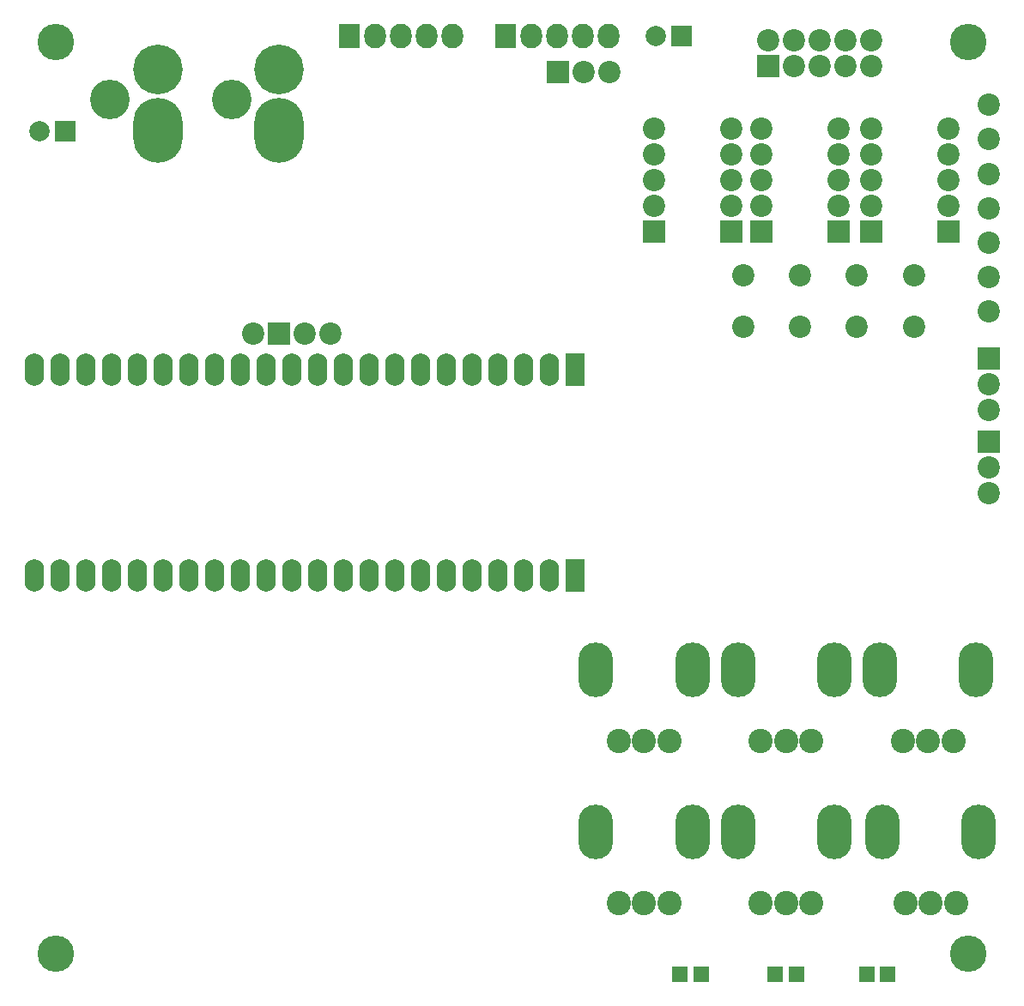
<source format=gts>
G04 #@! TF.FileFunction,Soldermask,Top*
%FSLAX46Y46*%
G04 Gerber Fmt 4.6, Leading zero omitted, Abs format (unit mm)*
G04 Created by KiCad (PCBNEW (2015-11-29 BZR 6336, Git 7b0d981)-product) date 01/12/2015 20:30:35*
%MOMM*%
G01*
G04 APERTURE LIST*
%ADD10C,0.100000*%
%ADD11C,3.600000*%
%ADD12C,2.200000*%
%ADD13C,2.400000*%
%ADD14O,3.400000X5.400000*%
%ADD15R,1.924000X3.200000*%
%ADD16O,1.924000X3.200000*%
%ADD17R,2.200000X2.200000*%
%ADD18R,2.000000X2.000000*%
%ADD19C,2.000000*%
%ADD20R,1.598880X1.598880*%
%ADD21O,4.900000X6.400000*%
%ADD22C,4.900000*%
%ADD23C,3.900000*%
%ADD24R,2.127200X2.432000*%
%ADD25O,2.127200X2.432000*%
G04 APERTURE END LIST*
D10*
D11*
X25000000Y-110000000D03*
X115000000Y-110000000D03*
X115000000Y-20000000D03*
X25000000Y-20000000D03*
D12*
X117000000Y-36400000D03*
D13*
X83000000Y-89000000D03*
D14*
X87750000Y-82000000D03*
X78250000Y-82000000D03*
D13*
X85500000Y-89000000D03*
X80500000Y-89000000D03*
X83000000Y-105000000D03*
D14*
X87750000Y-98000000D03*
X78250000Y-98000000D03*
D13*
X85500000Y-105000000D03*
X80500000Y-105000000D03*
D15*
X76170000Y-72660000D03*
D16*
X73630000Y-72660000D03*
X71090000Y-72660000D03*
X68550000Y-72660000D03*
X66010000Y-72660000D03*
X63470000Y-72660000D03*
X60930000Y-72660000D03*
X58390000Y-72660000D03*
X55850000Y-72660000D03*
X53310000Y-72660000D03*
X50770000Y-72660000D03*
X48230000Y-72660000D03*
X45690000Y-72660000D03*
X43150000Y-72660000D03*
X40610000Y-72660000D03*
X38070000Y-72660000D03*
X35530000Y-72660000D03*
X32990000Y-72660000D03*
X30450000Y-72660000D03*
X27910000Y-72660000D03*
X25370000Y-72660000D03*
X22830000Y-72660000D03*
D15*
X76170000Y-52340000D03*
D16*
X73630000Y-52340000D03*
X71090000Y-52340000D03*
X68550000Y-52340000D03*
X66010000Y-52340000D03*
X63470000Y-52340000D03*
X60930000Y-52340000D03*
X58390000Y-52340000D03*
X55850000Y-52340000D03*
X53310000Y-52340000D03*
X50770000Y-52340000D03*
X48230000Y-52340000D03*
X45690000Y-52340000D03*
X43150000Y-52340000D03*
X40610000Y-52340000D03*
X38070000Y-52340000D03*
X35530000Y-52340000D03*
X32990000Y-52340000D03*
X30450000Y-52340000D03*
X27910000Y-52340000D03*
X25370000Y-52340000D03*
X22830000Y-52340000D03*
D17*
X91610000Y-38680000D03*
D12*
X91610000Y-36140000D03*
X91610000Y-33600000D03*
X91610000Y-31060000D03*
X91610000Y-28520000D03*
X83990000Y-28520000D03*
X83990000Y-31060000D03*
X83990000Y-33600000D03*
X83990000Y-36140000D03*
D17*
X83990000Y-38680000D03*
D12*
X104000000Y-48080000D03*
X104000000Y-43000000D03*
D18*
X25908000Y-28829000D03*
D19*
X23368000Y-28829000D03*
D13*
X97000000Y-105000000D03*
D14*
X101750000Y-98000000D03*
X92250000Y-98000000D03*
D13*
X99500000Y-105000000D03*
X94500000Y-105000000D03*
X111000000Y-89000000D03*
D14*
X115750000Y-82000000D03*
X106250000Y-82000000D03*
D13*
X113500000Y-89000000D03*
X108500000Y-89000000D03*
X97000000Y-89000000D03*
D14*
X101750000Y-82000000D03*
X92250000Y-82000000D03*
D13*
X99500000Y-89000000D03*
X94500000Y-89000000D03*
X111250000Y-105000000D03*
D14*
X116000000Y-98000000D03*
X106500000Y-98000000D03*
D13*
X113750000Y-105000000D03*
X108750000Y-105000000D03*
D20*
X88649020Y-112000000D03*
X86550980Y-112000000D03*
X98049020Y-112000000D03*
X95950980Y-112000000D03*
D18*
X86670000Y-19400000D03*
D19*
X84130000Y-19400000D03*
D17*
X102210000Y-38680000D03*
D12*
X102210000Y-36140000D03*
X102210000Y-33600000D03*
X102210000Y-31060000D03*
X102210000Y-28520000D03*
X94590000Y-28520000D03*
X94590000Y-31060000D03*
X94590000Y-33600000D03*
X94590000Y-36140000D03*
D17*
X94590000Y-38680000D03*
X113010000Y-38680000D03*
D12*
X113010000Y-36140000D03*
X113010000Y-33600000D03*
X113010000Y-31060000D03*
X113010000Y-28520000D03*
X105390000Y-28520000D03*
X105390000Y-31060000D03*
X105390000Y-33600000D03*
X105390000Y-36140000D03*
D17*
X105390000Y-38680000D03*
D12*
X117000000Y-33000000D03*
X117000000Y-46600000D03*
D21*
X35000000Y-28700140D03*
D22*
X35000000Y-22700660D03*
D23*
X30301000Y-25700400D03*
D21*
X47000000Y-28700140D03*
D22*
X47000000Y-22700660D03*
D23*
X42301000Y-25700400D03*
D17*
X117000000Y-51260000D03*
D12*
X117000000Y-53800000D03*
X117000000Y-56340000D03*
X117000000Y-29600000D03*
X117000000Y-26200000D03*
D17*
X117000000Y-59460000D03*
D12*
X117000000Y-62000000D03*
X117000000Y-64540000D03*
X117000000Y-43200000D03*
X117000000Y-39800000D03*
X44450000Y-48768000D03*
D17*
X46990000Y-48768000D03*
D12*
X49530000Y-48768000D03*
X52070000Y-48768000D03*
D17*
X95250000Y-22352000D03*
D12*
X95250000Y-19812000D03*
X97790000Y-22352000D03*
X97790000Y-19812000D03*
X100330000Y-22352000D03*
X100330000Y-19812000D03*
X102870000Y-22352000D03*
X102870000Y-19812000D03*
X105410000Y-22352000D03*
X105410000Y-19812000D03*
D20*
X107049020Y-112000000D03*
X104950980Y-112000000D03*
D24*
X53920000Y-19400000D03*
D25*
X56460000Y-19400000D03*
X59000000Y-19400000D03*
X61540000Y-19400000D03*
X64080000Y-19400000D03*
D17*
X74460000Y-23000000D03*
D12*
X77000000Y-23000000D03*
X79540000Y-23000000D03*
D24*
X69320000Y-19400000D03*
D25*
X71860000Y-19400000D03*
X74400000Y-19400000D03*
X76940000Y-19400000D03*
X79480000Y-19400000D03*
D12*
X92800000Y-43060000D03*
X92800000Y-48140000D03*
X98400000Y-43060000D03*
X98400000Y-48140000D03*
X109600000Y-48140000D03*
X109600000Y-43060000D03*
M02*

</source>
